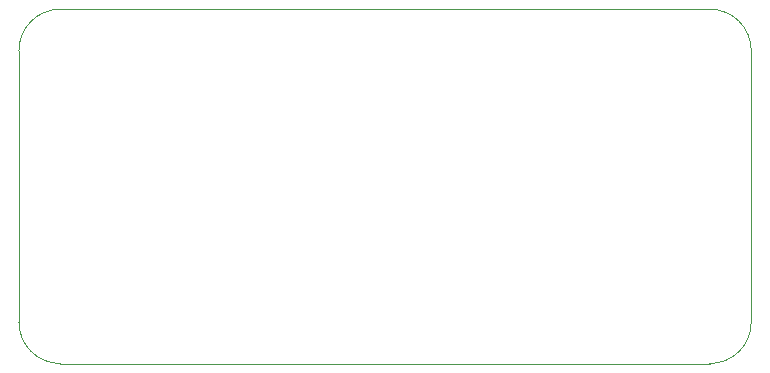
<source format=gbr>
%TF.GenerationSoftware,KiCad,Pcbnew,7.0.8*%
%TF.CreationDate,2023-10-17T18:42:51+11:00*%
%TF.ProjectId,bstconv,62737463-6f6e-4762-9e6b-696361645f70,rev?*%
%TF.SameCoordinates,Original*%
%TF.FileFunction,Profile,NP*%
%FSLAX46Y46*%
G04 Gerber Fmt 4.6, Leading zero omitted, Abs format (unit mm)*
G04 Created by KiCad (PCBNEW 7.0.8) date 2023-10-17 18:42:51*
%MOMM*%
%LPD*%
G01*
G04 APERTURE LIST*
%TA.AperFunction,Profile*%
%ADD10C,0.100000*%
%TD*%
G04 APERTURE END LIST*
D10*
X122500000Y-133000000D02*
X177500000Y-133000000D01*
X177500000Y-163000000D02*
X122500000Y-163000000D01*
X119000000Y-159500000D02*
G75*
G03*
X122500000Y-163000000I3500000J0D01*
G01*
X119000000Y-159500000D02*
X119000000Y-136500000D01*
X181000000Y-136500000D02*
G75*
G03*
X177500000Y-133000000I-3500000J0D01*
G01*
X122500000Y-133000000D02*
G75*
G03*
X119000000Y-136500000I0J-3500000D01*
G01*
X181000000Y-136500000D02*
X181000000Y-159500000D01*
X177500000Y-163000000D02*
G75*
G03*
X181000000Y-159500000I0J3500000D01*
G01*
M02*

</source>
